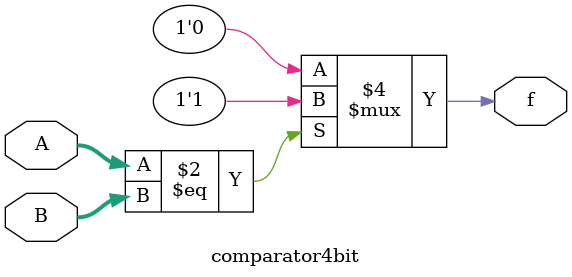
<source format=v>
`timescale 1ns / 1ps

module comparator4bit(A, B, f);
    input [3:0]A;
    input [3:0]B;
    output reg f;
    
    always @ (*)
    begin
        if (A == B) f = 1;
        else f = 0;
    end    
endmodule

</source>
